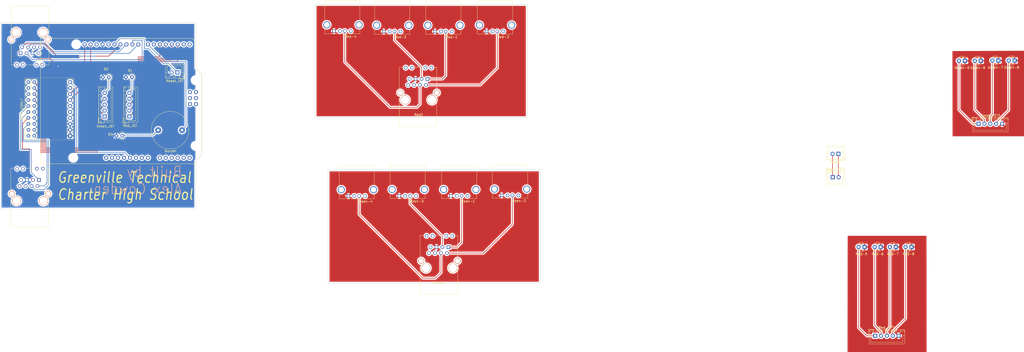
<source format=kicad_pcb>
(kicad_pcb (version 4) (host pcbnew 4.0.7)
  (layers (0 F.Cu signal) (31 B.Cu signal) (34 B.Paste user) (35 F.Paste user) (36 B.SilkS user) (37 F.SilkS user) (38 B.Mask user) (39 F.Mask user) (44 Edge.Cuts user))
  (net 0 "")
  (net 1 "Net-(220_Ohm1-Pad1)")
  (net 2 GND)
  (net 3 "Net-(220_Ohm2-Pad1)")
  (net 4 "Net-(220_Ohm3-Pad1)")
  (net 5 "Net-(ARD1-PadRST2)")
  (net 6 "Net-(ARD1-PadGND4)")
  (net 7 "Net-(ARD1-PadMOSI)")
  (net 8 "Net-(ARD1-PadSCK)")
  (net 9 "Net-(ARD1-Pad5V2)")
  (net 10 "Net-(ARD1-PadA0)")
  (net 11 "Net-(ARD1-PadVIN)")
  (net 12 "Net-(ARD1-PadGND3)")
  (net 13 "Net-(ARD1-PadGND2)")
  (net 14 "Net-(ARD1-Pad5V1)")
  (net 15 "Net-(ARD1-PadRST1)")
  (net 16 "Net-(ARD1-PadIORF)")
  (net 17 "Net-(ARD1-PadD0)")
  (net 18 "Net-(ARD1-PadD1)")
  (net 19 R_LED_1)
  (net 20 R_LED_2)
  (net 21 R_LED_3)
  (net 22 R_LED_4)
  (net 23 "Net-(ARD1-PadD6)")
  (net 24 BUZZER)
  (net 25 R_BTN_1)
  (net 26 R_BTN_2)
  (net 27 R_BTN_3)
  (net 28 "Net-(ARD1-PadAREF)")
  (net 29 "Net-(ARD1-PadD13)")
  (net 30 BTN_RESET)
  (net 31 R_BTN_4)
  (net 32 "Net-(ARD1-PadA1)")
  (net 33 "Net-(ARD1-PadA2)")
  (net 34 "Net-(ARD1-PadA3)")
  (net 35 "Net-(ARD1-PadA4)")
  (net 36 "Net-(ARD1-PadA5)")
  (net 37 "Net-(ARD1-PadMISO)")
  (net 38 "Net-(Green-1-Pad4)")
  (net 39 "Net-(Green-1-Pad3)")
  (net 40 "Net-(Green-1-Pad2)")
  (net 41 "Net-(Green-1-Pad1)")
  (net 42 "Net-(Green-1-Pad5)")
  (net 43 "Net-(Green-2-Pad3)")
  (net 44 "Net-(Green-2-Pad2)")
  (net 45 "Net-(Green-2-Pad1)")
  (net 46 "Net-(Green-2-Pad5)")
  (net 47 "Net-(Green-3-Pad3)")
  (net 48 "Net-(Green-3-Pad2)")
  (net 49 "Net-(Green-3-Pad1)")
  (net 50 "Net-(Green-3-Pad5)")
  (net 51 "Net-(Green-4-Pad3)")
  (net 52 "Net-(Green-4-Pad2)")
  (net 53 "Net-(Green-4-Pad1)")
  (net 54 "Net-(Green-4-Pad5)")
  (net 55 "Net-(Green-5-Pad1)")
  (net 56 "Net-(Green-5-Pad2)")
  (net 57 "Net-(Green-6-Pad2)")
  (net 58 "Net-(Green-7-Pad2)")
  (net 59 "Net-(Green-8-Pad2)")
  (net 60 G_BTN_4)
  (net 61 G_BTN_3)
  (net 62 G_BTN_2)
  (net 63 G_BTN_1)
  (net 64 "Net-(Green1-Pad6)")
  (net 65 "Net-(Green1-Pad7)")
  (net 66 "Net-(Green2-Pad6)")
  (net 67 "Net-(Green2-Pad7)")
  (net 68 G_LED_1)
  (net 69 G_LED_2)
  (net 70 G_LED_3)
  (net 71 G_LED_4)
  (net 72 "Net-(Red-1-Pad4)")
  (net 73 "Net-(Red-1-Pad3)")
  (net 74 "Net-(Red-1-Pad2)")
  (net 75 "Net-(Red-1-Pad1)")
  (net 76 "Net-(Red-1-Pad5)")
  (net 77 "Net-(Red-2-Pad3)")
  (net 78 "Net-(Red-2-Pad2)")
  (net 79 "Net-(Red-2-Pad1)")
  (net 80 "Net-(Red-2-Pad5)")
  (net 81 "Net-(Red-3-Pad3)")
  (net 82 "Net-(Red-3-Pad2)")
  (net 83 "Net-(Red-3-Pad1)")
  (net 84 "Net-(Red-3-Pad5)")
  (net 85 "Net-(Red-4-Pad3)")
  (net 86 "Net-(Red-4-Pad2)")
  (net 87 "Net-(Red-4-Pad1)")
  (net 88 "Net-(Red-4-Pad5)")
  (net 89 "Net-(Red-5-Pad1)")
  (net 90 "Net-(Red-5-Pad2)")
  (net 91 "Net-(Red-6-Pad2)")
  (net 92 "Net-(Red-7-Pad2)")
  (net 93 "Net-(Red-8-Pad2)")
  (net 94 "Net-(Red1-Pad6)")
  (net 95 "Net-(Red1-Pad7)")
  (net 96 "Net-(Red2-Pad6)")
  (net 97 "Net-(Red2-Pad7)")
  (net 98 "Net-(Reset1-Pad1)")
  (net 99 "Net-(Reset1-Pad2)")
  (net 100 CLOCK)
  (net 101 DATA)
  (net 102 "Net-(IOexpander1-Pad18)")
  (net 103 "Net-(IOexpander1-Pad19)")
  (net 104 "Net-(IOexpander1-Pad1)")
  (net 105 "Net-(IOexpander1-Pad2)")
  (net 106 "Net-(IOexpander1-Pad3)")
  (net 107 "Net-(IOexpander1-Pad4)")
  (net 108 "Net-(IOexpander1-Pad20)")
  (net 109 "Net-(IOexpander1-Pad25)")
  (net 110 "Net-(IOexpander1-Pad26)")
  (net 111 "Net-(IOexpander1-Pad27)")
  (net 112 "Net-(IOexpander1-Pad28)")
  (module Arduino:Arduino_Uno_Shield (layer F.Cu) (at 37.844 89.106)
    (fp_text reference ARD1 hide)
    (fp_text value Arduino_Uno_Shield hide)
    (fp_text user . (at 62.484 -32.004) (layer F.SilkS))
    (pad RST2 thru_hole oval (at 63.627 -25.4) (size 1.7272 1.7272) (drill 1.016) (layers *.Cu *.Mask) (net 5 "Net-(ARD1-PadRST2)"))
    (pad GND4 thru_hole oval (at 66.167 -25.4) (size 1.7272 1.7272) (drill 1.016) (layers *.Cu *.Mask) (net 6 "Net-(ARD1-PadGND4)"))
    (pad MOSI thru_hole oval (at 66.167 -27.94) (size 1.7272 1.7272) (drill 1.016) (layers *.Cu *.Mask) (net 7 "Net-(ARD1-PadMOSI)"))
    (pad SCK thru_hole oval (at 63.627 -27.94) (size 1.7272 1.7272) (drill 1.016) (layers *.Cu *.Mask) (net 8 "Net-(ARD1-PadSCK)"))
    (pad 5V2 thru_hole oval (at 66.167 -30.48) (size 1.7272 1.7272) (drill 1.016) (layers *.Cu *.Mask) (net 9 "Net-(ARD1-Pad5V2)"))
    (pad A0 thru_hole oval (at 50.8 -2.54) (size 1.7272 1.7272) (drill 1.016) (layers *.Cu *.Mask) (net 10 "Net-(ARD1-PadA0)"))
    (pad VIN thru_hole oval (at 45.72 -2.54) (size 1.7272 1.7272) (drill 1.016) (layers *.Cu *.Mask) (net 11 "Net-(ARD1-PadVIN)"))
    (pad GND3 thru_hole oval (at 43.18 -2.54) (size 1.7272 1.7272) (drill 1.016) (layers *.Cu *.Mask) (net 12 "Net-(ARD1-PadGND3)"))
    (pad GND2 thru_hole oval (at 40.64 -2.54) (size 1.7272 1.7272) (drill 1.016) (layers *.Cu *.Mask) (net 13 "Net-(ARD1-PadGND2)"))
    (pad 5V1 thru_hole oval (at 38.1 -2.54) (size 1.7272 1.7272) (drill 1.016) (layers *.Cu *.Mask) (net 14 "Net-(ARD1-Pad5V1)"))
    (pad 3V3 thru_hole oval (at 35.56 -2.54) (size 1.7272 1.7272) (drill 1.016) (layers *.Cu *.Mask))
    (pad RST1 thru_hole oval (at 33.02 -2.54) (size 1.7272 1.7272) (drill 1.016) (layers *.Cu *.Mask) (net 15 "Net-(ARD1-PadRST1)"))
    (pad IORF thru_hole oval (at 30.48 -2.54) (size 1.7272 1.7272) (drill 1.016) (layers *.Cu *.Mask) (net 16 "Net-(ARD1-PadIORF)"))
    (pad D0 thru_hole oval (at 63.5 -50.8) (size 1.7272 1.7272) (drill 1.016) (layers *.Cu *.Mask) (net 17 "Net-(ARD1-PadD0)"))
    (pad D1 thru_hole oval (at 60.96 -50.8) (size 1.7272 1.7272) (drill 1.016) (layers *.Cu *.Mask) (net 18 "Net-(ARD1-PadD1)"))
    (pad D2 thru_hole oval (at 58.42 -50.8) (size 1.7272 1.7272) (drill 1.016) (layers *.Cu *.Mask) (net 19 R_LED_1))
    (pad D3 thru_hole oval (at 55.88 -50.8) (size 1.7272 1.7272) (drill 1.016) (layers *.Cu *.Mask) (net 20 R_LED_2))
    (pad D4 thru_hole oval (at 53.34 -50.8) (size 1.7272 1.7272) (drill 1.016) (layers *.Cu *.Mask) (net 21 R_LED_3))
    (pad D5 thru_hole oval (at 50.8 -50.8) (size 1.7272 1.7272) (drill 1.016) (layers *.Cu *.Mask) (net 22 R_LED_4))
    (pad D6 thru_hole oval (at 48.26 -50.8) (size 1.7272 1.7272) (drill 1.016) (layers *.Cu *.Mask) (net 23 "Net-(ARD1-PadD6)"))
    (pad D7 thru_hole oval (at 45.72 -50.8) (size 1.7272 1.7272) (drill 1.016) (layers *.Cu *.Mask) (net 24 BUZZER))
    (pad GND1 thru_hole oval (at 26.416 -50.8) (size 1.7272 1.7272) (drill 1.016) (layers *.Cu *.Mask) (net 2 GND))
    (pad D8 thru_hole oval (at 41.656 -50.8) (size 1.7272 1.7272) (drill 1.016) (layers *.Cu *.Mask) (net 25 R_BTN_1))
    (pad D9 thru_hole oval (at 39.116 -50.8) (size 1.7272 1.7272) (drill 1.016) (layers *.Cu *.Mask) (net 26 R_BTN_2))
    (pad D10 thru_hole oval (at 36.576 -50.8) (size 1.7272 1.7272) (drill 1.016) (layers *.Cu *.Mask) (net 27 R_BTN_3))
    (pad "" np_thru_hole circle (at 66.04 -7.62) (size 3.2 3.2) (drill 3.2) (layers *.Cu *.Mask))
    (pad "" np_thru_hole circle (at 66.04 -35.56) (size 3.2 3.2) (drill 3.2) (layers *.Cu *.Mask))
    (pad "" np_thru_hole circle (at 15.24 -50.8) (size 3.2 3.2) (drill 3.2) (layers *.Cu *.Mask))
    (pad "" np_thru_hole circle (at 13.97 -2.54) (size 3.2 3.2) (drill 3.2) (layers *.Cu *.Mask))
    (pad SCL thru_hole oval (at 18.796 -50.8) (size 1.7272 1.7272) (drill 1.016) (layers *.Cu *.Mask) (net 100 CLOCK))
    (pad SDA thru_hole oval (at 21.336 -50.8) (size 1.7272 1.7272) (drill 1.016) (layers *.Cu *.Mask) (net 101 DATA))
    (pad AREF thru_hole oval (at 23.876 -50.8) (size 1.7272 1.7272) (drill 1.016) (layers *.Cu *.Mask) (net 28 "Net-(ARD1-PadAREF)"))
    (pad D13 thru_hole oval (at 28.956 -50.8) (size 1.7272 1.7272) (drill 1.016) (layers *.Cu *.Mask) (net 29 "Net-(ARD1-PadD13)"))
    (pad D12 thru_hole oval (at 31.496 -50.8) (size 1.7272 1.7272) (drill 1.016) (layers *.Cu *.Mask) (net 30 BTN_RESET))
    (pad D11 thru_hole oval (at 34.036 -50.8) (size 1.7272 1.7272) (drill 1.016) (layers *.Cu *.Mask) (net 31 R_BTN_4))
    (pad "" thru_hole oval (at 27.94 -2.54) (size 1.7272 1.7272) (drill 1.016) (layers *.Cu *.Mask))
    (pad A1 thru_hole oval (at 53.34 -2.54) (size 1.7272 1.7272) (drill 1.016) (layers *.Cu *.Mask) (net 32 "Net-(ARD1-PadA1)"))
    (pad A2 thru_hole oval (at 55.88 -2.54) (size 1.7272 1.7272) (drill 1.016) (layers *.Cu *.Mask) (net 33 "Net-(ARD1-PadA2)"))
    (pad A3 thru_hole oval (at 58.42 -2.54) (size 1.7272 1.7272) (drill 1.016) (layers *.Cu *.Mask) (net 34 "Net-(ARD1-PadA3)"))
    (pad A4 thru_hole oval (at 60.96 -2.54) (size 1.7272 1.7272) (drill 1.016) (layers *.Cu *.Mask) (net 35 "Net-(ARD1-PadA4)"))
    (pad A5 thru_hole oval (at 63.5 -2.54) (size 1.7272 1.7272) (drill 1.016) (layers *.Cu *.Mask) (net 36 "Net-(ARD1-PadA5)"))
    (pad MISO thru_hole oval (at 63.627 -30.48) (size 1.7272 1.7272) (drill 1.016) (layers *.Cu *.Mask) (net 37 "Net-(ARD1-PadMISO)"))
  )
  (module Resistors_THT:R_Axial_DIN0309_L9.0mm_D3.2mm_P2.54mm_Vertical (layer F.Cu) (at 76.7715 52.2605 180)
    (fp_text reference R1 (at 0.762 2.794 180) (layer F.SilkS))
    (fp_text value R hide)
    (pad 1 thru_hole circle (at 0 0 180) (size 1.6 1.6) (drill 0.8) (layers *.Cu *.Mask) (net 1 "Net-(220_Ohm1-Pad1)"))
    (pad 2 thru_hole oval (at 2.54 0 180) (size 1.6 1.6) (drill 0.8) (layers *.Cu *.Mask) (net 2 GND))
  )
  (module Resistors_THT:R_Axial_DIN0309_L9.0mm_D3.2mm_P2.54mm_Vertical (layer F.Cu) (at 66.929 52.324 180)
    (fp_text reference R2 (at 1.143 3.429 180) (layer F.SilkS))
    (fp_text value R hide)
    (pad 1 thru_hole circle (at 0 0 180) (size 1.6 1.6) (drill 0.8) (layers *.Cu *.Mask) (net 3 "Net-(220_Ohm2-Pad1)"))
    (pad 2 thru_hole oval (at 2.54 0 180) (size 1.6 1.6) (drill 0.8) (layers *.Cu *.Mask) (net 2 GND))
  )
  (module Resistors_THT:R_Axial_DIN0309_L9.0mm_D3.2mm_P2.54mm_Vertical (layer F.Cu) (at 72.7075 77.216 180)
    (fp_text reference R3 (at 5.08 0.508 180) (layer F.SilkS))
    (fp_text value R hide)
    (pad 1 thru_hole circle (at 0 0 180) (size 1.6 1.6) (drill 0.8) (layers *.Cu *.Mask) (net 4 "Net-(220_Ohm3-Pad1)"))
    (pad 2 thru_hole oval (at 2.54 0 180) (size 1.6 1.6) (drill 0.8) (layers *.Cu *.Mask) (net 2 GND))
  )
  (module Connectors:USB_A (layer F.Cu) (at 219.583 102.743 180)
    (fp_text reference Green-1 (at 0 -2.35 180) (layer F.SilkS))
    (fp_text value USB_A)
    (pad 4 thru_hole circle (at 7.11 0 90) (size 1.5 1.5) (drill 1) (layers *.Cu *.Mask) (net 38 "Net-(Green-1-Pad4)"))
    (pad 3 thru_hole circle (at 4.57 0 90) (size 1.5 1.5) (drill 1) (layers *.Cu *.Mask) (net 39 "Net-(Green-1-Pad3)"))
    (pad 2 thru_hole circle (at 2.54 0 90) (size 1.5 1.5) (drill 1) (layers *.Cu *.Mask) (net 40 "Net-(Green-1-Pad2)"))
    (pad 1 thru_hole circle (at 0 0 90) (size 1.5 1.5) (drill 1) (layers *.Cu *.Mask) (net 41 "Net-(Green-1-Pad1)"))
    (pad 5 thru_hole circle (at 10.16 2.67 90) (size 3 3) (drill 2.3) (layers *.Cu *.Mask) (net 42 "Net-(Green-1-Pad5)"))
    (pad 5 thru_hole circle (at -3.56 2.67 90) (size 3 3) (drill 2.3) (layers *.Cu *.Mask) (net 42 "Net-(Green-1-Pad5)"))
  )
  (module Connectors:USB_A (layer F.Cu) (at 241.2365 102.5525 180)
    (fp_text reference Green-2 (at 0 -2.35 180) (layer F.SilkS))
    (fp_text value USB_A)
    (pad 4 thru_hole circle (at 7.11 0 90) (size 1.5 1.5) (drill 1) (layers *.Cu *.Mask) (net 38 "Net-(Green-1-Pad4)"))
    (pad 3 thru_hole circle (at 4.57 0 90) (size 1.5 1.5) (drill 1) (layers *.Cu *.Mask) (net 43 "Net-(Green-2-Pad3)"))
    (pad 2 thru_hole circle (at 2.54 0 90) (size 1.5 1.5) (drill 1) (layers *.Cu *.Mask) (net 44 "Net-(Green-2-Pad2)"))
    (pad 1 thru_hole circle (at 0 0 90) (size 1.5 1.5) (drill 1) (layers *.Cu *.Mask) (net 45 "Net-(Green-2-Pad1)"))
    (pad 5 thru_hole circle (at 10.16 2.67 90) (size 3 3) (drill 2.3) (layers *.Cu *.Mask) (net 46 "Net-(Green-2-Pad5)"))
    (pad 5 thru_hole circle (at -3.56 2.67 90) (size 3 3) (drill 2.3) (layers *.Cu *.Mask) (net 46 "Net-(Green-2-Pad5)"))
  )
  (module Connectors:USB_A (layer F.Cu) (at 197.6755 102.743 180)
    (fp_text reference Green-3 (at 0 -2.35 180) (layer F.SilkS))
    (fp_text value USB_A)
    (pad 4 thru_hole circle (at 7.11 0 90) (size 1.5 1.5) (drill 1) (layers *.Cu *.Mask) (net 38 "Net-(Green-1-Pad4)"))
    (pad 3 thru_hole circle (at 4.57 0 90) (size 1.5 1.5) (drill 1) (layers *.Cu *.Mask) (net 47 "Net-(Green-3-Pad3)"))
    (pad 2 thru_hole circle (at 2.54 0 90) (size 1.5 1.5) (drill 1) (layers *.Cu *.Mask) (net 48 "Net-(Green-3-Pad2)"))
    (pad 1 thru_hole circle (at 0 0 90) (size 1.5 1.5) (drill 1) (layers *.Cu *.Mask) (net 49 "Net-(Green-3-Pad1)"))
    (pad 5 thru_hole circle (at 10.16 2.67 90) (size 3 3) (drill 2.3) (layers *.Cu *.Mask) (net 50 "Net-(Green-3-Pad5)"))
    (pad 5 thru_hole circle (at -3.56 2.67 90) (size 3 3) (drill 2.3) (layers *.Cu *.Mask) (net 50 "Net-(Green-3-Pad5)"))
  )
  (module Connectors:USB_A (layer F.Cu) (at 176.022 102.8065 180)
    (fp_text reference Green-4 (at 0 -2.35 180) (layer F.SilkS))
    (fp_text value USB_A)
    (pad 4 thru_hole circle (at 7.11 0 90) (size 1.5 1.5) (drill 1) (layers *.Cu *.Mask) (net 38 "Net-(Green-1-Pad4)"))
    (pad 3 thru_hole circle (at 4.57 0 90) (size 1.5 1.5) (drill 1) (layers *.Cu *.Mask) (net 51 "Net-(Green-4-Pad3)"))
    (pad 2 thru_hole circle (at 2.54 0 90) (size 1.5 1.5) (drill 1) (layers *.Cu *.Mask) (net 52 "Net-(Green-4-Pad2)"))
    (pad 1 thru_hole circle (at 0 0 90) (size 1.5 1.5) (drill 1) (layers *.Cu *.Mask) (net 53 "Net-(Green-4-Pad1)"))
    (pad 5 thru_hole circle (at 10.16 2.67 90) (size 3 3) (drill 2.3) (layers *.Cu *.Mask) (net 54 "Net-(Green-4-Pad5)"))
    (pad 5 thru_hole circle (at -3.56 2.67 90) (size 3 3) (drill 2.3) (layers *.Cu *.Mask) (net 54 "Net-(Green-4-Pad5)"))
  )
  (module LEDs:LED_D3.0mm (layer F.Cu) (at 431.292 45.2755 180)
    (fp_text reference Green-5 (at 1.27 -2.96 180) (layer F.SilkS))
    (fp_text value LED)
    (pad 1 thru_hole rect (at 0 0 180) (size 1.8 1.8) (drill 0.9) (layers *.Cu *.Mask) (net 55 "Net-(Green-5-Pad1)"))
    (pad 2 thru_hole circle (at 2.54 0 180) (size 1.8 1.8) (drill 0.9) (layers *.Cu *.Mask) (net 56 "Net-(Green-5-Pad2)"))
  )
  (module LEDs:LED_D3.0mm (layer F.Cu) (at 438.023 45.2755 180)
    (fp_text reference Green-6 (at 1.27 -2.96 180) (layer F.SilkS))
    (fp_text value LED)
    (pad 1 thru_hole rect (at 0 0 180) (size 1.8 1.8) (drill 0.9) (layers *.Cu *.Mask) (net 55 "Net-(Green-5-Pad1)"))
    (pad 2 thru_hole circle (at 2.54 0 180) (size 1.8 1.8) (drill 0.9) (layers *.Cu *.Mask) (net 57 "Net-(Green-6-Pad2)"))
  )
  (module LEDs:LED_D3.0mm (layer F.Cu) (at 445.516 45.1485 180)
    (fp_text reference Green-7 (at 1.27 -2.96 180) (layer F.SilkS))
    (fp_text value LED)
    (pad 1 thru_hole rect (at 0 0 180) (size 1.8 1.8) (drill 0.9) (layers *.Cu *.Mask) (net 55 "Net-(Green-5-Pad1)"))
    (pad 2 thru_hole circle (at 2.54 0 180) (size 1.8 1.8) (drill 0.9) (layers *.Cu *.Mask) (net 58 "Net-(Green-7-Pad2)"))
  )
  (module LEDs:LED_D3.0mm (layer F.Cu) (at 452.4375 45.1485 180)
    (fp_text reference Green-8 (at 1.27 -2.96 180) (layer F.SilkS))
    (fp_text value LED)
    (pad 1 thru_hole rect (at 0 0 180) (size 1.8 1.8) (drill 0.9) (layers *.Cu *.Mask) (net 55 "Net-(Green-5-Pad1)"))
    (pad 2 thru_hole circle (at 2.54 0 180) (size 1.8 1.8) (drill 0.9) (layers *.Cu *.Mask) (net 59 "Net-(Green-8-Pad2)"))
  )
  (module Connectors_JST:JST_XH_B05B-XH-A_05x2.50mm_Straight (layer F.Cu) (at 65.151 68.961 90)
    (fp_text reference Green_JST (at -4.191 0.381 180) (layer F.SilkS))
    (fp_text value Conn_01x05 hide)
    (pad 1 thru_hole rect (at 0 0 90) (size 1.75 1.75) (drill 1) (layers *.Cu *.Mask) (net 68 G_LED_1))
    (pad 2 thru_hole circle (at 2.5 0 90) (size 1.75 1.75) (drill 1) (layers *.Cu *.Mask) (net 69 G_LED_2))
    (pad 3 thru_hole circle (at 5 0 90) (size 1.75 1.75) (drill 1) (layers *.Cu *.Mask) (net 70 G_LED_3))
    (pad 4 thru_hole circle (at 7.5 0 90) (size 1.75 1.75) (drill 1) (layers *.Cu *.Mask) (net 71 G_LED_4))
    (pad 5 thru_hole circle (at 10 0 90) (size 1.75 1.75) (drill 1) (layers *.Cu *.Mask) (net 3 "Net-(220_Ohm2-Pad1)"))
  )
  (module Connectors_JST:JST_XH_B05B-XH-A_05x2.50mm_Straight (layer F.Cu) (at 437.0705 72.0725)
    (fp_text reference Green_JST2 (at 5 -3.5) (layer F.SilkS))
    (fp_text value Conn_01x05)
    (pad 1 thru_hole rect (at 0 0) (size 1.75 1.75) (drill 1) (layers *.Cu *.Mask) (net 56 "Net-(Green-5-Pad2)"))
    (pad 2 thru_hole circle (at 2.5 0) (size 1.75 1.75) (drill 1) (layers *.Cu *.Mask) (net 57 "Net-(Green-6-Pad2)"))
    (pad 3 thru_hole circle (at 5 0) (size 1.75 1.75) (drill 1) (layers *.Cu *.Mask) (net 58 "Net-(Green-7-Pad2)"))
    (pad 4 thru_hole circle (at 7.5 0) (size 1.75 1.75) (drill 1) (layers *.Cu *.Mask) (net 59 "Net-(Green-8-Pad2)"))
    (pad 5 thru_hole circle (at 10 0) (size 1.75 1.75) (drill 1) (layers *.Cu *.Mask) (net 55 "Net-(Green-5-Pad1)"))
  )
  (module Connectors:USB_A (layer F.Cu) (at 212.852 32.8295 180)
    (fp_text reference Red-1 (at 0 -2.35 180) (layer F.SilkS))
    (fp_text value USB_A)
    (pad 4 thru_hole circle (at 7.11 0 90) (size 1.5 1.5) (drill 1) (layers *.Cu *.Mask) (net 72 "Net-(Red-1-Pad4)"))
    (pad 3 thru_hole circle (at 4.57 0 90) (size 1.5 1.5) (drill 1) (layers *.Cu *.Mask) (net 73 "Net-(Red-1-Pad3)"))
    (pad 2 thru_hole circle (at 2.54 0 90) (size 1.5 1.5) (drill 1) (layers *.Cu *.Mask) (net 74 "Net-(Red-1-Pad2)"))
    (pad 1 thru_hole circle (at 0 0 90) (size 1.5 1.5) (drill 1) (layers *.Cu *.Mask) (net 75 "Net-(Red-1-Pad1)"))
    (pad 5 thru_hole circle (at 10.16 2.67 90) (size 3 3) (drill 2.3) (layers *.Cu *.Mask) (net 76 "Net-(Red-1-Pad5)"))
    (pad 5 thru_hole circle (at -3.56 2.67 90) (size 3 3) (drill 2.3) (layers *.Cu *.Mask) (net 76 "Net-(Red-1-Pad5)"))
  )
  (module Connectors:USB_A (layer F.Cu) (at 234.823 32.766 180)
    (fp_text reference Red-2 (at 0 -2.35 180) (layer F.SilkS))
    (fp_text value USB_A)
    (pad 4 thru_hole circle (at 7.11 0 90) (size 1.5 1.5) (drill 1) (layers *.Cu *.Mask) (net 72 "Net-(Red-1-Pad4)"))
    (pad 3 thru_hole circle (at 4.57 0 90) (size 1.5 1.5) (drill 1) (layers *.Cu *.Mask) (net 77 "Net-(Red-2-Pad3)"))
    (pad 2 thru_hole circle (at 2.54 0 90) (size 1.5 1.5) (drill 1) (layers *.Cu *.Mask) (net 78 "Net-(Red-2-Pad2)"))
    (pad 1 thru_hole circle (at 0 0 90) (size 1.5 1.5) (drill 1) (layers *.Cu *.Mask) (net 79 "Net-(Red-2-Pad1)"))
    (pad 5 thru_hole circle (at 10.16 2.67 90) (size 3 3) (drill 2.3) (layers *.Cu *.Mask) (net 80 "Net-(Red-2-Pad5)"))
    (pad 5 thru_hole circle (at -3.56 2.67 90) (size 3 3) (drill 2.3) (layers *.Cu *.Mask) (net 80 "Net-(Red-2-Pad5)"))
  )
  (module Connectors:USB_A (layer F.Cu) (at 191.0715 32.8295 180)
    (fp_text reference Red-3 (at 0 -2.35 180) (layer F.SilkS))
    (fp_text value USB_A)
    (pad 4 thru_hole circle (at 7.11 0 90) (size 1.5 1.5) (drill 1) (layers *.Cu *.Mask) (net 72 "Net-(Red-1-Pad4)"))
    (pad 3 thru_hole circle (at 4.57 0 90) (size 1.5 1.5) (drill 1) (layers *.Cu *.Mask) (net 81 "Net-(Red-3-Pad3)"))
    (pad 2 thru_hole circle (at 2.54 0 90) (size 1.5 1.5) (drill 1) (layers *.Cu *.Mask) (net 82 "Net-(Red-3-Pad2)"))
    (pad 1 thru_hole circle (at 0 0 90) (size 1.5 1.5) (drill 1) (layers *.Cu *.Mask) (net 83 "Net-(Red-3-Pad1)"))
    (pad 5 thru_hole circle (at 10.16 2.67 90) (size 3 3) (drill 2.3) (layers *.Cu *.Mask) (net 84 "Net-(Red-3-Pad5)"))
    (pad 5 thru_hole circle (at -3.56 2.67 90) (size 3 3) (drill 2.3) (layers *.Cu *.Mask) (net 84 "Net-(Red-3-Pad5)"))
  )
  (module Connectors:USB_A (layer F.Cu) (at 169.8625 32.639 180)
    (fp_text reference Red-4 (at 0 -2.35 180) (layer F.SilkS))
    (fp_text value USB_A)
    (pad 4 thru_hole circle (at 7.11 0 90) (size 1.5 1.5) (drill 1) (layers *.Cu *.Mask) (net 72 "Net-(Red-1-Pad4)"))
    (pad 3 thru_hole circle (at 4.57 0 90) (size 1.5 1.5) (drill 1) (layers *.Cu *.Mask) (net 85 "Net-(Red-4-Pad3)"))
    (pad 2 thru_hole circle (at 2.54 0 90) (size 1.5 1.5) (drill 1) (layers *.Cu *.Mask) (net 86 "Net-(Red-4-Pad2)"))
    (pad 1 thru_hole circle (at 0 0 90) (size 1.5 1.5) (drill 1) (layers *.Cu *.Mask) (net 87 "Net-(Red-4-Pad1)"))
    (pad 5 thru_hole circle (at 10.16 2.67 90) (size 3 3) (drill 2.3) (layers *.Cu *.Mask) (net 88 "Net-(Red-4-Pad5)"))
    (pad 5 thru_hole circle (at -3.56 2.67 90) (size 3 3) (drill 2.3) (layers *.Cu *.Mask) (net 88 "Net-(Red-4-Pad5)"))
  )
  (module LEDs:LED_D3.0mm (layer F.Cu) (at 388.5565 124.5235 180)
    (fp_text reference Red-5 (at 1.27 -2.96 180) (layer F.SilkS))
    (fp_text value LED)
    (pad 1 thru_hole rect (at 0 0 180) (size 1.8 1.8) (drill 0.9) (layers *.Cu *.Mask) (net 89 "Net-(Red-5-Pad1)"))
    (pad 2 thru_hole circle (at 2.54 0 180) (size 1.8 1.8) (drill 0.9) (layers *.Cu *.Mask) (net 90 "Net-(Red-5-Pad2)"))
  )
  (module LEDs:LED_D3.0mm (layer F.Cu) (at 395.4145 124.5235 180)
    (fp_text reference Red-6 (at 1.27 -2.96 180) (layer F.SilkS))
    (fp_text value LED)
    (pad 1 thru_hole rect (at 0 0 180) (size 1.8 1.8) (drill 0.9) (layers *.Cu *.Mask) (net 89 "Net-(Red-5-Pad1)"))
    (pad 2 thru_hole circle (at 2.54 0 180) (size 1.8 1.8) (drill 0.9) (layers *.Cu *.Mask) (net 91 "Net-(Red-6-Pad2)"))
  )
  (module LEDs:LED_D3.0mm (layer F.Cu) (at 401.8915 124.5235 180)
    (fp_text reference Red-7 (at 1.27 -2.96 180) (layer F.SilkS))
    (fp_text value LED)
    (pad 1 thru_hole rect (at 0 0 180) (size 1.8 1.8) (drill 0.9) (layers *.Cu *.Mask) (net 89 "Net-(Red-5-Pad1)"))
    (pad 2 thru_hole circle (at 2.54 0 180) (size 1.8 1.8) (drill 0.9) (layers *.Cu *.Mask) (net 92 "Net-(Red-7-Pad2)"))
  )
  (module LEDs:LED_D3.0mm (layer F.Cu) (at 408.559 124.5235 180)
    (fp_text reference Red-8 (at 1.27 -2.96 180) (layer F.SilkS))
    (fp_text value LED)
    (pad 1 thru_hole rect (at 0 0 180) (size 1.8 1.8) (drill 0.9) (layers *.Cu *.Mask) (net 89 "Net-(Red-5-Pad1)"))
    (pad 2 thru_hole circle (at 2.54 0 180) (size 1.8 1.8) (drill 0.9) (layers *.Cu *.Mask) (net 93 "Net-(Red-8-Pad2)"))
  )
  (module Connectors_JST:JST_XH_B05B-XH-A_05x2.50mm_Straight (layer F.Cu) (at 393.065 162.306)
    (fp_text reference Red_JST1 (at 5 -3.5) (layer F.SilkS))
    (fp_text value Conn_01x05)
    (pad 1 thru_hole rect (at 0 0) (size 1.75 1.75) (drill 1) (layers *.Cu *.Mask) (net 90 "Net-(Red-5-Pad2)"))
    (pad 2 thru_hole circle (at 2.5 0) (size 1.75 1.75) (drill 1) (layers *.Cu *.Mask) (net 91 "Net-(Red-6-Pad2)"))
    (pad 3 thru_hole circle (at 5 0) (size 1.75 1.75) (drill 1) (layers *.Cu *.Mask) (net 92 "Net-(Red-7-Pad2)"))
    (pad 4 thru_hole circle (at 7.5 0) (size 1.75 1.75) (drill 1) (layers *.Cu *.Mask) (net 93 "Net-(Red-8-Pad2)"))
    (pad 5 thru_hole circle (at 10 0) (size 1.75 1.75) (drill 1) (layers *.Cu *.Mask) (net 89 "Net-(Red-5-Pad1)"))
  )
  (module Connectors_JST:JST_XH_B05B-XH-A_05x2.50mm_Straight (layer F.Cu) (at 75.692 68.961 90)
    (fp_text reference Red_JST (at -3.937 0.3175 180) (layer F.SilkS))
    (fp_text value Conn_01x05 hide)
    (pad 1 thru_hole rect (at 0 0 90) (size 1.75 1.75) (drill 1) (layers *.Cu *.Mask) (net 19 R_LED_1))
    (pad 2 thru_hole circle (at 2.5 0 90) (size 1.75 1.75) (drill 1) (layers *.Cu *.Mask) (net 20 R_LED_2))
    (pad 3 thru_hole circle (at 5 0 90) (size 1.75 1.75) (drill 1) (layers *.Cu *.Mask) (net 21 R_LED_3))
    (pad 4 thru_hole circle (at 7.5 0 90) (size 1.75 1.75) (drill 1) (layers *.Cu *.Mask) (net 22 R_LED_4))
    (pad 5 thru_hole circle (at 10 0 90) (size 1.75 1.75) (drill 1) (layers *.Cu *.Mask) (net 1 "Net-(220_Ohm1-Pad1)"))
  )
  (module Connectors_JST:JST_XH_B02B-XH-A_02x2.50mm_Straight (layer F.Cu) (at 377.444 84.8995 180)
    (fp_text reference Reset1 (at 1.25 -3.5 180) (layer F.SilkS))
    (fp_text value SW_Push)
    (pad 1 thru_hole rect (at 0 0 180) (size 1.75 1.75) (drill 1.05) (layers *.Cu *.Mask) (net 98 "Net-(Reset1-Pad1)"))
    (pad 2 thru_hole circle (at 2.5 0 180) (size 1.75 1.75) (drill 1.05) (layers *.Cu *.Mask) (net 99 "Net-(Reset1-Pad2)"))
  )
  (module Buzzers_Beepers:BUZZER (layer F.Cu) (at 93.0275 74.803 180)
    (fp_text reference Buzzer (at -0.1778 -8.8392 180) (layer F.SilkS))
    (fp_text value Buzzer hide)
    (pad 2 thru_hole circle (at 5.08 0 180) (size 2.49936 2.49936) (drill 1.00076) (layers *.Cu *.Mask) (net 4 "Net-(220_Ohm3-Pad1)"))
    (pad 1 thru_hole circle (at -5.08 0 180) (size 2.49936 2.49936) (drill 1.00076) (layers *.Cu *.Mask) (net 24 BUZZER))
  )
  (module Connectors_JST:JST_XH_B02B-XH-A_02x2.50mm_Straight (layer F.Cu) (at 375.0225 94.833)
    (fp_text reference Reset_JST1 (at 1.25 -3.5) (layer F.SilkS))
    (fp_text value Conn_01x02)
    (pad 1 thru_hole rect (at 0 0) (size 1.75 1.75) (drill 1.05) (layers *.Cu *.Mask) (net 99 "Net-(Reset1-Pad2)"))
    (pad 2 thru_hole circle (at 2.5 0) (size 1.75 1.75) (drill 1.05) (layers *.Cu *.Mask) (net 98 "Net-(Reset1-Pad1)"))
  )
  (module Connectors_JST:JST_XH_B02B-XH-A_02x2.50mm_Straight (layer F.Cu) (at 96.139 50.2285 180)
    (fp_text reference Reset_JST (at 1.0795 -3.6195 180) (layer F.SilkS))
    (fp_text value Conn_01x02 hide)
    (pad 1 thru_hole rect (at 0 0 180) (size 1.75 1.75) (drill 1.05) (layers *.Cu *.Mask) (net 30 BTN_RESET))
    (pad 2 thru_hole circle (at 2.5 0 180) (size 1.75 1.75) (drill 1.05) (layers *.Cu *.Mask) (net 2 GND))
  )
  (module Microchips:MCP-23017_Serial_Interface_2.54mmPitch_3x10 (layer F.Cu) (at 50.4825 77.216 180)
    (fp_text reference MCP-23017 (at 20.574 11.3792 270) (layer F.SilkS))
    (fp_text value MCP23017 hide)
    (pad 17 thru_hole rect (at 0 0 180) (size 1.7 1.7) (drill 1) (layers *.Cu *.Mask) (net 2 GND))
    (pad 16 thru_hole oval (at 0 2.54 180) (size 1.7 1.7) (drill 1) (layers *.Cu *.Mask) (net 2 GND))
    (pad 15 thru_hole oval (at 0 5.08 180) (size 1.7 1.7) (drill 1) (layers *.Cu *.Mask) (net 2 GND))
    (pad 18 thru_hole oval (at 0 7.62 180) (size 1.7 1.7) (drill 1) (layers *.Cu *.Mask) (net 102 "Net-(IOexpander1-Pad18)"))
    (pad 11 thru_hole oval (at 0 10.16 180) (size 1.7 1.7) (drill 1) (layers *.Cu *.Mask))
    (pad 14 thru_hole oval (at 0 12.7 180) (size 1.7 1.7) (drill 1) (layers *.Cu *.Mask))
    (pad 13 thru_hole oval (at 0 15.24 180) (size 1.7 1.7) (drill 1) (layers *.Cu *.Mask) (net 101 DATA))
    (pad 12 thru_hole oval (at 0 17.78 180) (size 1.7 1.7) (drill 1) (layers *.Cu *.Mask) (net 100 CLOCK))
    (pad 10 thru_hole oval (at 0 20.32 180) (size 1.7 1.7) (drill 1) (layers *.Cu *.Mask) (net 2 GND))
    (pad 9 thru_hole oval (at 0 22.86 180) (size 1.7 1.7) (drill 1) (layers *.Cu *.Mask) (net 14 "Net-(ARD1-Pad5V1)"))
    (pad 29 thru_hole circle (at 15.24 0 180) (size 1.524 1.524) (drill 0.762) (layers *.Cu *.Mask))
    (pad 19 thru_hole circle (at 15.24 2.54 180) (size 1.524 1.524) (drill 0.762) (layers *.Cu *.Mask) (net 103 "Net-(IOexpander1-Pad19)"))
    (pad 1 thru_hole circle (at 15.24 5.08 180) (size 1.524 1.524) (drill 0.762) (layers *.Cu *.Mask) (net 104 "Net-(IOexpander1-Pad1)"))
    (pad 2 thru_hole circle (at 15.24 7.62 180) (size 1.524 1.524) (drill 0.762) (layers *.Cu *.Mask) (net 105 "Net-(IOexpander1-Pad2)"))
    (pad 3 thru_hole circle (at 15.24 10.16 180) (size 1.524 1.524) (drill 0.762) (layers *.Cu *.Mask) (net 106 "Net-(IOexpander1-Pad3)"))
    (pad 4 thru_hole circle (at 15.24 12.7 180) (size 1.524 1.524) (drill 0.762) (layers *.Cu *.Mask) (net 107 "Net-(IOexpander1-Pad4)"))
    (pad 5 thru_hole circle (at 15.24 15.24 180) (size 1.524 1.524) (drill 0.762) (layers *.Cu *.Mask) (net 68 G_LED_1))
    (pad 6 thru_hole circle (at 15.24 17.78 180) (size 1.524 1.524) (drill 0.762) (layers *.Cu *.Mask) (net 69 G_LED_2))
    (pad 7 thru_hole circle (at 15.24 20.32 180) (size 1.524 1.524) (drill 0.762) (layers *.Cu *.Mask) (net 70 G_LED_3))
    (pad 8 thru_hole circle (at 15.24 22.86 180) (size 1.524 1.524) (drill 0.762) (layers *.Cu *.Mask) (net 71 G_LED_4))
    (pad 30 thru_hole circle (at 17.78 0 180) (size 1.524 1.524) (drill 0.762) (layers *.Cu *.Mask))
    (pad 20 thru_hole circle (at 17.78 2.54 180) (size 1.524 1.524) (drill 0.762) (layers *.Cu *.Mask) (net 108 "Net-(IOexpander1-Pad20)"))
    (pad 21 thru_hole circle (at 17.78 5.08 180) (size 1.524 1.524) (drill 0.762) (layers *.Cu *.Mask) (net 63 G_BTN_1))
    (pad 22 thru_hole circle (at 17.78 7.62 180) (size 1.524 1.524) (drill 0.762) (layers *.Cu *.Mask) (net 62 G_BTN_2))
    (pad 23 thru_hole circle (at 17.78 10.16 180) (size 1.524 1.524) (drill 0.762) (layers *.Cu *.Mask) (net 61 G_BTN_3))
    (pad 24 thru_hole circle (at 17.78 12.7 180) (size 1.524 1.524) (drill 0.762) (layers *.Cu *.Mask) (net 60 G_BTN_4))
    (pad 25 thru_hole circle (at 17.78 15.24 180) (size 1.524 1.524) (drill 0.762) (layers *.Cu *.Mask) (net 109 "Net-(IOexpander1-Pad25)"))
    (pad 26 thru_hole circle (at 17.78 17.78 180) (size 1.524 1.524) (drill 0.762) (layers *.Cu *.Mask) (net 110 "Net-(IOexpander1-Pad26)"))
    (pad 27 thru_hole circle (at 17.78 20.32 180) (size 1.524 1.524) (drill 0.762) (layers *.Cu *.Mask) (net 111 "Net-(IOexpander1-Pad27)"))
    (pad 28 thru_hole circle (at 17.78 22.86 180) (size 1.524 1.524) (drill 0.762) (layers *.Cu *.Mask) (net 112 "Net-(IOexpander1-Pad28)"))
  )
  (module Connectors:RJ45_TRANSFO (layer F.Cu) (at 202.565 53.0225)
    (fp_text reference Red2 (at -3.81 15.24) (layer F.SilkS))
    (fp_text value RJ45)
    (pad Hole thru_hole circle (at 1.91 8.89) (size 3.85 3.85) (drill 3.3) (layers *.Cu *.SilkS *.Mask))
    (pad Hole thru_hole circle (at -9.53 8.89) (size 3.85 3.85) (drill 3.3) (layers *.Cu *.SilkS *.Mask))
    (pad 8 thru_hole circle (at -8.26 2.54) (size 1.52 1.52) (drill 1.02) (layers *.Cu *.Mask))
    (pad 7 thru_hole circle (at -7.62 0) (size 1.52 1.52) (drill 1.02) (layers *.Cu *.Mask) (net 97 "Net-(Red2-Pad7)"))
    (pad 6 thru_hole circle (at -5.71 2.54) (size 1.52 1.52) (drill 1.02) (layers *.Cu *.Mask) (net 96 "Net-(Red2-Pad6)"))
    (pad 5 thru_hole circle (at -5.08 0) (size 1.52 1.52) (drill 1.02) (layers *.Cu *.Mask) (net 72 "Net-(Red-1-Pad4)"))
    (pad 4 thru_hole circle (at -3.17 2.54) (size 1.52 1.52) (drill 1.02) (layers *.Cu *.Mask) (net 86 "Net-(Red-4-Pad2)"))
    (pad 3 thru_hole circle (at -2.54 0) (size 1.52 1.52) (drill 1.02) (layers *.Cu *.Mask) (net 82 "Net-(Red-3-Pad2)"))
    (pad 2 thru_hole circle (at -0.64 2.54) (size 1.52 1.52) (drill 1.02) (layers *.Cu *.Mask) (net 78 "Net-(Red-2-Pad2)"))
    (pad 13 thru_hole circle (at 3.94 5.84) (size 2.54 2.54) (drill 1.78) (layers *.Cu *.SilkS *.Mask))
    (pad 13 thru_hole circle (at -11.56 5.84) (size 2.54 2.54) (drill 1.78) (layers *.Cu *.SilkS *.Mask))
    (pad YK thru_hole circle (at -6.73 -4.83) (size 1.52 1.52) (drill 1.02) (layers *.Cu *.Mask))
    (pad GA thru_hole circle (at -0.89 -4.83) (size 1.52 1.52) (drill 1.02) (layers *.Cu *.Mask))
    (pad YA thru_hole circle (at -9.27 -4.83) (size 1.52 1.52) (drill 1.02) (layers *.Cu *.Mask))
    (pad GK thru_hole circle (at 1.65 -4.83) (size 1.52 1.52) (drill 1.02) (layers *.Cu *.Mask))
    (pad 1 thru_hole rect (at 0 0) (size 1.52 1.52) (drill 1.02) (layers *.Cu *.Mask) (net 74 "Net-(Red-1-Pad2)"))
  )
  (module Connectors:RJ45_TRANSFO (layer F.Cu) (at 211.455 124.587)
    (fp_text reference Green2 (at -3.81 15.24) (layer F.SilkS))
    (fp_text value RJ45)
    (pad Hole thru_hole circle (at 1.91 8.89) (size 3.85 3.85) (drill 3.3) (layers *.Cu *.SilkS *.Mask))
    (pad Hole thru_hole circle (at -9.53 8.89) (size 3.85 3.85) (drill 3.3) (layers *.Cu *.SilkS *.Mask))
    (pad 8 thru_hole circle (at -8.26 2.54) (size 1.52 1.52) (drill 1.02) (layers *.Cu *.Mask))
    (pad 7 thru_hole circle (at -7.62 0) (size 1.52 1.52) (drill 1.02) (layers *.Cu *.Mask) (net 67 "Net-(Green2-Pad7)"))
    (pad 6 thru_hole circle (at -5.71 2.54) (size 1.52 1.52) (drill 1.02) (layers *.Cu *.Mask) (net 66 "Net-(Green2-Pad6)"))
    (pad 5 thru_hole circle (at -5.08 0) (size 1.52 1.52) (drill 1.02) (layers *.Cu *.Mask) (net 38 "Net-(Green-1-Pad4)"))
    (pad 4 thru_hole circle (at -3.17 2.54) (size 1.52 1.52) (drill 1.02) (layers *.Cu *.Mask) (net 52 "Net-(Green-4-Pad2)"))
    (pad 3 thru_hole circle (at -2.54 0) (size 1.52 1.52) (drill 1.02) (layers *.Cu *.Mask) (net 48 "Net-(Green-3-Pad2)"))
    (pad 2 thru_hole circle (at -0.64 2.54) (size 1.52 1.52) (drill 1.02) (layers *.Cu *.Mask) (net 44 "Net-(Green-2-Pad2)"))
    (pad 13 thru_hole circle (at 3.94 5.84) (size 2.54 2.54) (drill 1.78) (layers *.Cu *.SilkS *.Mask))
    (pad 13 thru_hole circle (at -11.56 5.84) (size 2.54 2.54) (drill 1.78) (layers *.Cu *.SilkS *.Mask))
    (pad YK thru_hole circle (at -6.73 -4.83) (size 1.52 1.52) (drill 1.02) (layers *.Cu *.Mask))
    (pad GA thru_hole circle (at -0.89 -4.83) (size 1.52 1.52) (drill 1.02) (layers *.Cu *.Mask))
    (pad YA thru_hole circle (at -9.27 -4.83) (size 1.52 1.52) (drill 1.02) (layers *.Cu *.Mask))
    (pad GK thru_hole circle (at 1.65 -4.83) (size 1.52 1.52) (drill 1.02) (layers *.Cu *.Mask))
    (pad 1 thru_hole rect (at 0 0) (size 1.52 1.52) (drill 1.02) (layers *.Cu *.Mask) (net 40 "Net-(Green-1-Pad2)"))
  )
  (module Connectors:RJ45_TRANSFO (layer F.Cu) (at 37.211 96.012)
    (fp_text reference Green_RJ45 hide)
    (fp_text value RJ45 hide)
    (pad Hole thru_hole circle (at 1.91 8.89) (size 3.85 3.85) (drill 3.3) (layers *.Cu *.SilkS *.Mask))
    (pad Hole thru_hole circle (at -9.53 8.89) (size 3.85 3.85) (drill 3.3) (layers *.Cu *.SilkS *.Mask))
    (pad 8 thru_hole circle (at -8.26 2.54) (size 1.52 1.52) (drill 1.02) (layers *.Cu *.Mask))
    (pad 7 thru_hole circle (at -7.62 0) (size 1.52 1.52) (drill 1.02) (layers *.Cu *.Mask) (net 65 "Net-(Green1-Pad7)"))
    (pad 6 thru_hole circle (at -5.71 2.54) (size 1.52 1.52) (drill 1.02) (layers *.Cu *.Mask) (net 64 "Net-(Green1-Pad6)"))
    (pad 5 thru_hole circle (at -5.08 0) (size 1.52 1.52) (drill 1.02) (layers *.Cu *.Mask) (net 2 GND))
    (pad 4 thru_hole circle (at -3.17 2.54) (size 1.52 1.52) (drill 1.02) (layers *.Cu *.Mask) (net 63 G_BTN_1))
    (pad 3 thru_hole circle (at -2.54 0) (size 1.52 1.52) (drill 1.02) (layers *.Cu *.Mask) (net 62 G_BTN_2))
    (pad 2 thru_hole circle (at -0.64 2.54) (size 1.52 1.52) (drill 1.02) (layers *.Cu *.Mask) (net 61 G_BTN_3))
    (pad 13 thru_hole circle (at 3.94 5.84) (size 2.54 2.54) (drill 1.78) (layers *.Cu *.SilkS *.Mask))
    (pad 13 thru_hole circle (at -11.56 5.84) (size 2.54 2.54) (drill 1.78) (layers *.Cu *.SilkS *.Mask))
    (pad YK thru_hole circle (at -6.73 -4.83) (size 1.52 1.52) (drill 1.02) (layers *.Cu *.Mask))
    (pad GA thru_hole circle (at -0.89 -4.83) (size 1.52 1.52) (drill 1.02) (layers *.Cu *.Mask))
    (pad YA thru_hole circle (at -9.27 -4.83) (size 1.52 1.52) (drill 1.02) (layers *.Cu *.Mask))
    (pad GK thru_hole circle (at 1.65 -4.83) (size 1.52 1.52) (drill 1.02) (layers *.Cu *.Mask))
    (pad 1 thru_hole rect (at 0 0) (size 1.52 1.52) (drill 1.02) (layers *.Cu *.Mask) (net 60 G_BTN_4))
  )
  (module Connectors:RJ45_TRANSFO (layer F.Cu) (at 29.4005 42.1005 180)
    (fp_text reference Red_RJ45 hide)
    (fp_text value RJ45 hide)
    (pad Hole thru_hole circle (at 1.91 8.89 180) (size 3.85 3.85) (drill 3.3) (layers *.Cu *.SilkS *.Mask))
    (pad Hole thru_hole circle (at -9.53 8.89 180) (size 3.85 3.85) (drill 3.3) (layers *.Cu *.SilkS *.Mask))
    (pad 8 thru_hole circle (at -8.26 2.54 180) (size 1.52 1.52) (drill 1.02) (layers *.Cu *.Mask))
    (pad 7 thru_hole circle (at -7.62 0 180) (size 1.52 1.52) (drill 1.02) (layers *.Cu *.Mask) (net 95 "Net-(Red1-Pad7)"))
    (pad 6 thru_hole circle (at -5.71 2.54 180) (size 1.52 1.52) (drill 1.02) (layers *.Cu *.Mask) (net 94 "Net-(Red1-Pad6)"))
    (pad 5 thru_hole circle (at -5.08 0 180) (size 1.52 1.52) (drill 1.02) (layers *.Cu *.Mask) (net 2 GND))
    (pad 4 thru_hole circle (at -3.17 2.54 180) (size 1.52 1.52) (drill 1.02) (layers *.Cu *.Mask) (net 25 R_BTN_1))
    (pad 3 thru_hole circle (at -2.54 0 180) (size 1.52 1.52) (drill 1.02) (layers *.Cu *.Mask) (net 26 R_BTN_2))
    (pad 2 thru_hole circle (at -0.64 2.54 180) (size 1.52 1.52) (drill 1.02) (layers *.Cu *.Mask) (net 27 R_BTN_3))
    (pad 13 thru_hole circle (at 3.94 5.84 180) (size 2.54 2.54) (drill 1.78) (layers *.Cu *.SilkS *.Mask))
    (pad 13 thru_hole circle (at -11.56 5.84 180) (size 2.54 2.54) (drill 1.78) (layers *.Cu *.SilkS *.Mask))
    (pad YK thru_hole circle (at -6.73 -4.83 180) (size 1.52 1.52) (drill 1.02) (layers *.Cu *.Mask))
    (pad GA thru_hole circle (at -0.89 -4.83 180) (size 1.52 1.52) (drill 1.02) (layers *.Cu *.Mask))
    (pad YA thru_hole circle (at -9.27 -4.83 180) (size 1.52 1.52) (drill 1.02) (layers *.Cu *.Mask))
    (pad GK thru_hole circle (at 1.65 -4.83 180) (size 1.52 1.52) (drill 1.02) (layers *.Cu *.Mask))
    (pad 1 thru_hole rect (at 0 0 180) (size 1.52 1.52) (drill 1.02) (layers *.Cu *.Mask) (net 31 R_BTN_4))
  )
  (gr_line (start 244.221 91.7575) (end 250.5075 91.7575) (angle 90) (layer Edge.Cuts) (width 0.15))
  (gr_line (start 160.274 139.8905) (end 250.5075 139.8905) (angle 90) (layer Edge.Cuts) (width 0.15))
  (gr_line (start 160.274 91.7575) (end 244.221 91.7575) (angle 90) (layer Edge.Cuts) (width 0.15))
  (gr_line (start 250.5075 139.8905) (end 250.5075 91.7575) (angle 90) (layer Edge.Cuts) (width 0.15))
  (gr_line (start 160.274 91.7575) (end 160.274 139.8905) (angle 90) (layer Edge.Cuts) (width 0.15))
  (gr_line (start 244.983 21.336) (end 238.6965 21.336) (angle 90) (layer Edge.Cuts) (width 0.15))
  (gr_line (start 244.983 69.469) (end 244.983 21.336) (angle 90) (layer Edge.Cuts) (width 0.15))
  (gr_line (start 154.7495 21.336) (end 238.6965 21.336) (angle 90) (layer Edge.Cuts) (width 0.15))
  (gr_line (start 154.7495 69.469) (end 244.983 69.469) (angle 90) (layer Edge.Cuts) (width 0.15))
  (gr_line (start 154.7495 21.336) (end 154.7495 69.469) (angle 90) (layer Edge.Cuts) (width 0.15))
  (gr_text "Built by\nAlex Cowden" (at 98.298 96.2025) (layer B.SilkS) (effects (font (size 4.5 4) (thickness 0.3)) (justify left mirror)))
  (gr_text "Greenville Technical \nCharter High School" (at 44.831 98.552) (layer F.SilkS) (effects (font (size 4.5 3.75) (thickness 0.5) italic) (justify left)))
  (gr_line (start 103.886 29.0195) (end 103.886 30.5435) (angle 90) (layer Edge.Cuts) (width 0.15))
  (gr_line (start 102.362 29.0195) (end 103.886 29.0195) (angle 90) (layer Edge.Cuts) (width 0.15))
  (gr_line (start 20.701 29.0195) (end 102.362 29.0195) (angle 90) (layer Edge.Cuts) (width 0.15))
  (gr_line (start 20.701 108.331) (end 20.701 29.0195) (angle 90) (layer Edge.Cuts) (width 0.15))
  (gr_line (start 103.886 37.2745) (end 103.886 30.5435) (angle 90) (layer Edge.Cuts) (width 0.15))
  (gr_line (start 103.886 108.331) (end 20.701 108.331) (angle 90) (layer Edge.Cuts) (width 0.15))
  (gr_line (start 103.886 87.8205) (end 103.886 108.331) (angle 90) (layer Edge.Cuts) (width 0.15))
  (gr_line (start 106.426 85.2805) (end 103.886 87.8205) (angle 90) (layer Edge.Cuts) (width 0.15))
  (gr_line (start 103.886 48.4632) (end 103.886 37.2872) (angle 90) (layer Edge.Cuts) (width 0.15))
  (gr_line (start 106.426 51.0032) (end 103.886 48.4632) (angle 90) (layer Edge.Cuts) (width 0.15))
  (gr_line (start 106.426 85.2932) (end 106.426 51.0032) (angle 90) (layer Edge.Cuts) (width 0.15))
  (segment (start 76.7715 57.691) (end 76.7715 52.2605) (width 0.25) (layer B.Cu) (net 1))
  (segment (start 75.6285 58.834) (end 76.7715 57.691) (width 0.25) (layer B.Cu) (net 1))
  (segment (start 34.4805 42.1005) (end 36.6395 44.2595) (width 0.25) (layer F.Cu) (net 2))
  (via (at 45.2755 47.6885) (size 0.6) (drill 0.4) (layers F.Cu B.Cu) (net 2))
  (segment (start 41.8465 44.2595) (end 45.2755 47.6885) (width 0.25) (layer F.Cu) (net 2))
  (segment (start 36.6395 44.2595) (end 41.8465 44.2595) (width 0.25) (layer F.Cu) (net 2))
  (segment (start 65.151 58.961) (end 66.929 57.183) (width 0.25) (layer B.Cu) (net 3))
  (segment (start 66.929 57.183) (end 66.929 52.324) (width 0.25) (layer B.Cu) (net 3))
  (segment (start 72.7075 77.216) (end 73.025 76.8985) (width 0.25) (layer B.Cu) (net 4))
  (segment (start 73.025 76.8985) (end 85.852 76.8985) (width 0.25) (layer B.Cu) (net 4))
  (segment (start 85.852 76.8985) (end 87.9475 74.803) (width 0.25) (layer B.Cu) (net 4))
  (segment (start 50.4825 54.356) (end 53.2765 57.15) (width 0.25) (layer B.Cu) (net 14))
  (segment (start 73.6425 84.2645) (end 75.944 86.566) (width 0.25) (layer B.Cu) (net 14))
  (segment (start 53.2765 84.2645) (end 73.6425 84.2645) (width 0.25) (layer B.Cu) (net 14))
  (segment (start 53.2765 79.375) (end 53.2765 84.2645) (width 0.25) (layer B.Cu) (net 14))
  (segment (start 53.2765 57.15) (end 53.2765 79.375) (width 0.25) (layer B.Cu) (net 14))
  (segment (start 75.692 68.961) (end 81.407 63.246) (width 0.25) (layer F.Cu) (net 19))
  (segment (start 96.266 45.593) (end 89.281 45.593) (width 0.25) (layer F.Cu) (net 19))
  (segment (start 96.266 45.593) (end 96.266 38.308) (width 0.25) (layer F.Cu) (net 19))
  (segment (start 81.407 45.593) (end 89.281 45.593) (width 0.25) (layer F.Cu) (net 19))
  (segment (start 81.407 63.246) (end 81.407 45.593) (width 0.25) (layer F.Cu) (net 19))
  (segment (start 96.264 38.306) (end 96.266 38.308) (width 0.25) (layer F.Cu) (net 19))
  (segment (start 75.692 66.461) (end 80.772 61.381) (width 0.25) (layer F.Cu) (net 20))
  (segment (start 93.726 44.958) (end 89.281 44.958) (width 0.25) (layer F.Cu) (net 20))
  (segment (start 93.726 44.958) (end 93.726 38.308) (width 0.25) (layer F.Cu) (net 20))
  (segment (start 80.772 44.958) (end 89.281 44.958) (width 0.25) (layer F.Cu) (net 20))
  (segment (start 80.772 61.381) (end 80.772 44.958) (width 0.25) (layer F.Cu) (net 20))
  (segment (start 93.724 38.306) (end 93.726 38.308) (width 0.25) (layer F.Cu) (net 20))
  (segment (start 75.692 63.961) (end 80.137 59.516) (width 0.25) (layer F.Cu) (net 21))
  (segment (start 91.186 44.323) (end 89.2175 44.323) (width 0.25) (layer F.Cu) (net 21))
  (segment (start 91.186 44.323) (end 91.186 38.308) (width 0.25) (layer F.Cu) (net 21))
  (segment (start 80.137 44.323) (end 89.2175 44.323) (width 0.25) (layer F.Cu) (net 21))
  (segment (start 80.137 59.516) (end 80.137 44.323) (width 0.25) (layer F.Cu) (net 21))
  (segment (start 91.184 38.306) (end 91.186 38.308) (width 0.25) (layer F.Cu) (net 21))
  (segment (start 88.644 38.306) (end 88.646 38.308) (width 0.25) (layer F.Cu) (net 22))
  (segment (start 88.646 38.308) (end 88.646 43.6245) (width 0.25) (layer F.Cu) (net 22))
  (segment (start 88.646 43.6245) (end 79.502 43.6245) (width 0.25) (layer F.Cu) (net 22))
  (segment (start 79.502 43.6245) (end 79.502 57.651) (width 0.25) (layer F.Cu) (net 22))
  (segment (start 79.502 57.651) (end 75.692 61.461) (width 0.25) (layer F.Cu) (net 22))
  (segment (start 98.1075 74.803) (end 99.7585 73.152) (width 0.25) (layer B.Cu) (net 24))
  (segment (start 90.9145 45.6565) (end 83.564 38.306) (width 0.25) (layer B.Cu) (net 24))
  (segment (start 99.7585 45.6565) (end 90.9145 45.6565) (width 0.25) (layer B.Cu) (net 24))
  (segment (start 99.7585 73.152) (end 99.7585 45.6565) (width 0.25) (layer B.Cu) (net 24))
  (segment (start 33.9675 38.1635) (end 39.116 38.1635) (width 0.25) (layer B.Cu) (net 25))
  (segment (start 32.5705 39.5605) (end 33.9675 38.1635) (width 0.25) (layer B.Cu) (net 25))
  (segment (start 39.1795 38.1635) (end 43.18 42.164) (width 0.25) (layer B.Cu) (net 25))
  (segment (start 39.116 38.1635) (end 39.1795 38.1635) (width 0.25) (layer B.Cu) (net 25))
  (segment (start 75.642 42.164) (end 79.5 38.306) (width 0.25) (layer B.Cu) (net 25))
  (segment (start 43.1165 42.164) (end 43.18 42.164) (width 0.25) (layer B.Cu) (net 25))
  (segment (start 43.18 42.164) (end 75.642 42.164) (width 0.25) (layer B.Cu) (net 25))
  (segment (start 79.5 38.306) (end 79.502 38.304) (width 0.25) (layer B.Cu) (net 25))
  (segment (start 76.96 38.306) (end 76.962 38.304) (width 0.25) (layer B.Cu) (net 26))
  (segment (start 76.962 38.304) (end 76.962 36.576) (width 0.25) (layer B.Cu) (net 26))
  (segment (start 76.962 36.576) (end 81.0895 36.576) (width 0.25) (layer B.Cu) (net 26))
  (segment (start 81.0895 36.576) (end 81.0895 44.831) (width 0.25) (layer B.Cu) (net 26))
  (segment (start 81.0895 44.831) (end 34.671 44.831) (width 0.25) (layer B.Cu) (net 26))
  (segment (start 34.671 44.831) (end 31.9405 42.1005) (width 0.25) (layer B.Cu) (net 26))
  (segment (start 30.0405 39.5605) (end 32.009 37.592) (width 0.25) (layer B.Cu) (net 27))
  (segment (start 71.324 41.402) (end 74.42 38.306) (width 0.25) (layer B.Cu) (net 27))
  (segment (start 44.5135 41.402) (end 71.324 41.402) (width 0.25) (layer B.Cu) (net 27))
  (segment (start 43.4975 41.402) (end 44.5135 41.402) (width 0.25) (layer B.Cu) (net 27))
  (segment (start 39.6875 37.592) (end 43.4975 41.402) (width 0.25) (layer B.Cu) (net 27))
  (segment (start 32.009 37.592) (end 39.6875 37.592) (width 0.25) (layer B.Cu) (net 27))
  (segment (start 30.0405 39.5605) (end 30.4165 39.1845) (width 0.25) (layer B.Cu) (net 27))
  (segment (start 74.42 38.306) (end 74.422 38.304) (width 0.25) (layer B.Cu) (net 27))
  (segment (start 96.139 50.2285) (end 92.2655 46.355) (width 0.25) (layer B.Cu) (net 30))
  (segment (start 71.762998 35.883002) (end 69.34 38.306) (width 0.25) (layer B.Cu) (net 30))
  (segment (start 82.047502 35.883002) (end 71.762998 35.883002) (width 0.25) (layer B.Cu) (net 30))
  (segment (start 82.047502 36.327502) (end 82.047502 35.883002) (width 0.25) (layer B.Cu) (net 30))
  (segment (start 82.047502 40.005) (end 82.047502 36.327502) (width 0.25) (layer B.Cu) (net 30))
  (segment (start 82.677 40.005) (end 82.047502 40.005) (width 0.25) (layer B.Cu) (net 30))
  (segment (start 83.693 40.005) (end 82.677 40.005) (width 0.25) (layer B.Cu) (net 30))
  (segment (start 90.043 46.355) (end 83.693 40.005) (width 0.25) (layer B.Cu) (net 30))
  (segment (start 92.2655 46.355) (end 90.043 46.355) (width 0.25) (layer B.Cu) (net 30))
  (segment (start 61.2775 43.307) (end 66.3575 43.307) (width 0.25) (layer F.Cu) (net 31))
  (via (at 61.2775 43.307) (size 0.6) (drill 0.4) (layers F.Cu B.Cu) (net 31))
  (segment (start 43.561 41.91) (end 44.958 43.307) (width 0.25) (layer F.Cu) (net 31))
  (segment (start 27.4955 40.1955) (end 27.4955 38.1) (width 0.25) (layer F.Cu) (net 31))
  (segment (start 27.4955 38.1) (end 39.624 38.1) (width 0.25) (layer F.Cu) (net 31))
  (segment (start 39.624 38.1) (end 39.751 38.1) (width 0.25) (layer F.Cu) (net 31))
  (segment (start 39.751 38.1) (end 43.561 41.91) (width 0.25) (layer F.Cu) (net 31))
  (segment (start 29.4005 42.1005) (end 27.4955 40.1955) (width 0.25) (layer F.Cu) (net 31))
  (via (at 54.991 43.307) (size 0.6) (drill 0.4) (layers F.Cu B.Cu) (net 31))
  (segment (start 44.958 43.307) (end 54.991 43.307) (width 0.25) (layer F.Cu) (net 31))
  (segment (start 61.2775 43.307) (end 54.991 43.307) (width 0.25) (layer B.Cu) (net 31))
  (segment (start 66.879 43.307) (end 71.88 38.306) (width 0.25) (layer F.Cu) (net 31))
  (segment (start 66.3575 43.307) (end 66.879 43.307) (width 0.25) (layer F.Cu) (net 31))
  (segment (start 211.455 124.587) (end 215.138 124.587) (width 0.25) (layer F.Cu) (net 40))
  (segment (start 217.043 122.682) (end 217.043 102.743) (width 0.25) (layer F.Cu) (net 40))
  (segment (start 215.138 124.587) (end 217.043 122.682) (width 0.25) (layer F.Cu) (net 40))
  (segment (start 238.6965 102.5525) (end 238.6965 114.808) (width 0.25) (layer F.Cu) (net 44))
  (segment (start 226.3775 127.127) (end 210.815 127.127) (width 0.25) (layer F.Cu) (net 44))
  (segment (start 238.6965 114.808) (end 226.3775 127.127) (width 0.25) (layer F.Cu) (net 44))
  (segment (start 208.915 124.587) (end 208.915 119.9515) (width 0.25) (layer F.Cu) (net 48))
  (segment (start 195.1355 106.172) (end 195.1355 102.743) (width 0.25) (layer F.Cu) (net 48))
  (segment (start 208.915 119.9515) (end 195.1355 106.172) (width 0.25) (layer F.Cu) (net 48))
  (segment (start 208.285 127.127) (end 208.285 135.4405) (width 0.25) (layer F.Cu) (net 52))
  (segment (start 173.482 110.6805) (end 173.482 102.8065) (width 0.25) (layer F.Cu) (net 52))
  (segment (start 200.5965 137.795) (end 173.482 110.6805) (width 0.25) (layer F.Cu) (net 52))
  (segment (start 205.9305 137.795) (end 200.5965 137.795) (width 0.25) (layer F.Cu) (net 52))
  (segment (start 208.285 135.4405) (end 205.9305 137.795) (width 0.25) (layer F.Cu) (net 52))
  (segment (start 437.0705 72.0725) (end 434.6575 72.0725) (width 0.25) (layer F.Cu) (net 56))
  (segment (start 428.752 66.167) (end 428.752 45.2755) (width 0.25) (layer F.Cu) (net 56))
  (segment (start 434.6575 72.0725) (end 428.752 66.167) (width 0.25) (layer F.Cu) (net 56))
  (segment (start 439.5705 72.0725) (end 439.5705 70.191) (width 0.25) (layer F.Cu) (net 57))
  (segment (start 435.483 66.1035) (end 435.483 45.2755) (width 0.25) (layer F.Cu) (net 57))
  (segment (start 439.5705 70.191) (end 435.483 66.1035) (width 0.25) (layer F.Cu) (net 57))
  (segment (start 442.0705 72.0725) (end 442.0705 68.8505) (width 0.25) (layer F.Cu) (net 58))
  (segment (start 442.976 67.945) (end 442.976 45.1485) (width 0.25) (layer F.Cu) (net 58))
  (segment (start 442.0705 68.8505) (end 442.976 67.945) (width 0.25) (layer F.Cu) (net 58))
  (segment (start 444.5705 72.0725) (end 444.5705 71.621) (width 0.25) (layer F.Cu) (net 59))
  (segment (start 444.5705 71.621) (end 449.8975 66.294) (width 0.25) (layer F.Cu) (net 59))
  (segment (start 449.8975 66.294) (end 449.8975 45.1485) (width 0.25) (layer F.Cu) (net 59))
  (segment (start 32.7025 64.516) (end 29.4005 67.818) (width 0.25) (layer B.Cu) (net 60))
  (segment (start 33.909 92.71) (end 37.211 96.012) (width 0.25) (layer B.Cu) (net 60))
  (segment (start 33.909 82.9945) (end 33.909 92.71) (width 0.25) (layer B.Cu) (net 60))
  (segment (start 29.4005 82.9945) (end 33.909 82.9945) (width 0.25) (layer B.Cu) (net 60))
  (segment (start 29.4005 67.818) (end 29.4005 82.9945) (width 0.25) (layer B.Cu) (net 60))
  (segment (start 36.571 98.552) (end 39.37 98.552) (width 0.25) (layer B.Cu) (net 61))
  (segment (start 30.0355 69.723) (end 30.0355 79.6925) (width 0.25) (layer B.Cu) (net 61))
  (segment (start 30.0355 79.6925) (end 40.64 79.6925) (width 0.25) (layer B.Cu) (net 61))
  (segment (start 40.64 79.6925) (end 40.64 97.2185) (width 0.25) (layer B.Cu) (net 61))
  (segment (start 40.64 97.2185) (end 40.64 97.282) (width 0.25) (layer B.Cu) (net 61))
  (segment (start 40.64 97.282) (end 39.37 98.552) (width 0.25) (layer B.Cu) (net 61))
  (segment (start 30.0355 69.723) (end 32.7025 67.056) (width 0.25) (layer B.Cu) (net 61))
  (segment (start 34.671 96.012) (end 33.147 94.488) (width 0.25) (layer F.Cu) (net 62))
  (segment (start 30.226 72.0725) (end 32.7025 69.596) (width 0.25) (layer F.Cu) (net 62))
  (segment (start 30.226 82.804) (end 30.226 72.0725) (width 0.25) (layer F.Cu) (net 62))
  (segment (start 33.147 82.804) (end 30.226 82.804) (width 0.25) (layer F.Cu) (net 62))
  (segment (start 33.147 94.488) (end 33.147 82.804) (width 0.25) (layer F.Cu) (net 62))
  (segment (start 34.041 98.552) (end 35.6285 100.1395) (width 0.25) (layer B.Cu) (net 63))
  (segment (start 30.6705 74.168) (end 30.6705 79.0575) (width 0.25) (layer B.Cu) (net 63))
  (segment (start 30.6705 79.0575) (end 41.275 79.0575) (width 0.25) (layer B.Cu) (net 63))
  (segment (start 41.275 79.0575) (end 41.275 98.171) (width 0.25) (layer B.Cu) (net 63))
  (segment (start 30.6705 74.168) (end 32.7025 72.136) (width 0.25) (layer B.Cu) (net 63))
  (segment (start 39.3065 100.1395) (end 41.275 98.171) (width 0.25) (layer B.Cu) (net 63))
  (segment (start 35.6285 100.1395) (end 39.3065 100.1395) (width 0.25) (layer B.Cu) (net 63))
  (segment (start 65.151 68.961) (end 61.9125 72.1995) (width 0.25) (layer F.Cu) (net 68))
  (segment (start 38.1 64.8335) (end 35.2425 61.976) (width 0.25) (layer F.Cu) (net 68))
  (segment (start 38.1 84.2645) (end 38.1 64.8335) (width 0.25) (layer F.Cu) (net 68))
  (segment (start 61.9125 84.2645) (end 38.1 84.2645) (width 0.25) (layer F.Cu) (net 68))
  (segment (start 61.9125 72.1995) (end 61.9125 84.2645) (width 0.25) (layer F.Cu) (net 68))
  (segment (start 65.151 66.461) (end 61.2775 70.3345) (width 0.25) (layer F.Cu) (net 69))
  (segment (start 38.735 62.9285) (end 35.2425 59.436) (width 0.25) (layer F.Cu) (net 69))
  (segment (start 38.735 83.6295) (end 38.735 62.9285) (width 0.25) (layer F.Cu) (net 69))
  (segment (start 61.2775 83.6295) (end 38.735 83.6295) (width 0.25) (layer F.Cu) (net 69))
  (segment (start 61.2775 70.3345) (end 61.2775 83.6295) (width 0.25) (layer F.Cu) (net 69))
  (segment (start 65.151 63.961) (end 60.6425 68.4695) (width 0.25) (layer F.Cu) (net 70))
  (segment (start 39.37 61.0235) (end 35.2425 56.896) (width 0.25) (layer F.Cu) (net 70))
  (segment (start 39.37 82.9945) (end 39.37 61.0235) (width 0.25) (layer F.Cu) (net 70))
  (segment (start 60.6425 82.9945) (end 39.37 82.9945) (width 0.25) (layer F.Cu) (net 70))
  (segment (start 60.6425 68.4695) (end 60.6425 82.9945) (width 0.25) (layer F.Cu) (net 70))
  (segment (start 65.151 61.461) (end 60.0075 66.6045) (width 0.25) (layer F.Cu) (net 71))
  (segment (start 40.005 59.1185) (end 35.2425 54.356) (width 0.25) (layer F.Cu) (net 71))
  (segment (start 40.005 82.3595) (end 40.005 59.1185) (width 0.25) (layer F.Cu) (net 71))
  (segment (start 60.0075 82.3595) (end 40.005 82.3595) (width 0.25) (layer F.Cu) (net 71))
  (segment (start 60.0075 66.6045) (end 60.0075 82.3595) (width 0.25) (layer F.Cu) (net 71))
  (segment (start 202.565 53.0225) (end 208.9785 53.0225) (width 0.25) (layer F.Cu) (net 74))
  (segment (start 210.312 51.689) (end 210.312 32.8295) (width 0.25) (layer F.Cu) (net 74))
  (segment (start 208.9785 53.0225) (end 210.312 51.689) (width 0.25) (layer F.Cu) (net 74))
  (segment (start 201.925 55.5625) (end 225.044 55.5625) (width 0.25) (layer F.Cu) (net 78))
  (segment (start 232.283 48.3235) (end 232.283 32.766) (width 0.25) (layer F.Cu) (net 78))
  (segment (start 225.044 55.5625) (end 232.283 48.3235) (width 0.25) (layer F.Cu) (net 78))
  (segment (start 200.025 53.0225) (end 200.025 48.006) (width 0.25) (layer F.Cu) (net 82))
  (segment (start 188.5315 36.5125) (end 188.5315 32.8295) (width 0.25) (layer F.Cu) (net 82))
  (segment (start 200.025 48.006) (end 188.5315 36.5125) (width 0.25) (layer F.Cu) (net 82))
  (segment (start 167.3225 32.639) (end 167.3225 45.7835) (width 0.25) (layer F.Cu) (net 86))
  (segment (start 199.395 63.8125) (end 199.395 55.5625) (width 0.25) (layer F.Cu) (net 86))
  (segment (start 198.12 65.0875) (end 199.395 63.8125) (width 0.25) (layer F.Cu) (net 86))
  (segment (start 186.6265 65.0875) (end 198.12 65.0875) (width 0.25) (layer F.Cu) (net 86))
  (segment (start 167.3225 45.7835) (end 186.6265 65.0875) (width 0.25) (layer F.Cu) (net 86))
  (segment (start 393.065 162.306) (end 389.509 162.306) (width 0.25) (layer F.Cu) (net 90))
  (segment (start 386.0165 158.8135) (end 386.0165 124.5235) (width 0.25) (layer F.Cu) (net 90))
  (segment (start 389.509 162.306) (end 386.0165 158.8135) (width 0.25) (layer F.Cu) (net 90))
  (segment (start 395.565 162.306) (end 395.565 160.615) (width 0.25) (layer F.Cu) (net 91))
  (segment (start 392.8745 157.9245) (end 392.8745 124.5235) (width 0.25) (layer F.Cu) (net 91))
  (segment (start 395.565 160.615) (end 392.8745 157.9245) (width 0.25) (layer F.Cu) (net 91))
  (segment (start 398.065 162.306) (end 398.065 159.846) (width 0.25) (layer F.Cu) (net 92))
  (segment (start 399.3515 158.5595) (end 399.3515 124.5235) (width 0.25) (layer F.Cu) (net 92))
  (segment (start 398.065 159.846) (end 399.3515 158.5595) (width 0.25) (layer F.Cu) (net 92))
  (segment (start 400.565 162.306) (end 400.565 160.4575) (width 0.25) (layer F.Cu) (net 93))
  (segment (start 406.019 155.0035) (end 406.019 124.5235) (width 0.25) (layer F.Cu) (net 93))
  (segment (start 400.565 160.4575) (end 406.019 155.0035) (width 0.25) (layer F.Cu) (net 93))
  (segment (start 377.444 84.8995) (end 377.444 94.7545) (width 0.25) (layer F.Cu) (net 98))
  (segment (start 377.444 94.7545) (end 377.5225 94.833) (width 0.25) (layer F.Cu) (net 98))
  (segment (start 374.944 84.8995) (end 374.944 94.7545) (width 0.25) (layer F.Cu) (net 99))
  (segment (start 374.944 94.7545) (end 375.0225 94.833) (width 0.25) (layer F.Cu) (net 99))
  (segment (start 50.4825 59.436) (end 56.64 53.2785) (width 0.25) (layer F.Cu) (net 100))
  (segment (start 56.64 53.2785) (end 56.64 38.306) (width 0.25) (layer F.Cu) (net 100))
  (segment (start 56.64 38.306) (end 56.64 38.352) (width 0.25) (layer F.Cu) (net 100))
  (segment (start 50.4825 61.976) (end 59.18 53.2785) (width 0.25) (layer F.Cu) (net 101))
  (segment (start 59.18 53.2785) (end 59.18 38.306) (width 0.25) (layer F.Cu) (net 101))
  (segment (start 59.18 38.306) (end 59.18 38.987) (width 0.25) (layer F.Cu) (net 101))
  (segment (start 59.18 38.864) (end 59.18 38.306) (width 0.25) (layer F.Cu) (net 101))
  (zone (net 2) (net_name GND) (layer B.Cu) (connect_pads (clearance 0.508)) (min_thickness 0.254) (fill yes (arc_segments 16) (thermal_gap 0.508) (thermal_bridge_width 0.508))
    (polygon (pts (xy 103.759 108.204) (xy 20.828 108.204) (xy 20.828 29.1465) (xy 103.759 29.1465)))
  )
  (zone (net 72) (net_name "Net-(Red-1-Pad4)") (layer F.Cu) (connect_pads (clearance 0.508)) (min_thickness 0.254) (fill yes (arc_segments 16) (thermal_gap 0.508) (thermal_bridge_width 0.508))
    (polygon (pts (xy 244.7925 69.2785) (xy 154.94 69.2785) (xy 154.94 21.5265) (xy 244.7925 21.5265)))
  )
  (zone (net 38) (net_name "Net-(Green-1-Pad4)") (layer F.Cu) (connect_pads (clearance 0.508)) (min_thickness 0.254) (fill yes (arc_segments 16) (thermal_gap 0.508) (thermal_bridge_width 0.508))
    (polygon (pts (xy 250.317 139.7) (xy 160.4645 139.7) (xy 160.4645 91.948) (xy 250.317 91.948)))
  )
  (zone (net 89) (net_name "Net-(Red-5-Pad1)") (layer F.Cu) (connect_pads (clearance 0.508)) (min_thickness 0.254) (fill yes (arc_segments 16) (thermal_gap 0.508) (thermal_bridge_width 0.508))
    (polygon (pts (xy 414.9725 169.291) (xy 381.3175 169.291) (xy 381.381 119.761) (xy 414.909 119.761)))
  )
  (zone (net 55) (net_name "Net-(Green-5-Pad1)") (layer F.Cu) (connect_pads (clearance 0.508)) (min_thickness 0.254) (fill yes (arc_segments 16) (thermal_gap 0.508) (thermal_bridge_width 0.508))
    (polygon (pts (xy 425.958 41.148) (xy 426.0215 77.4065) (xy 456.438 77.4065) (xy 456.438 41.021)))
  )
)
</source>
